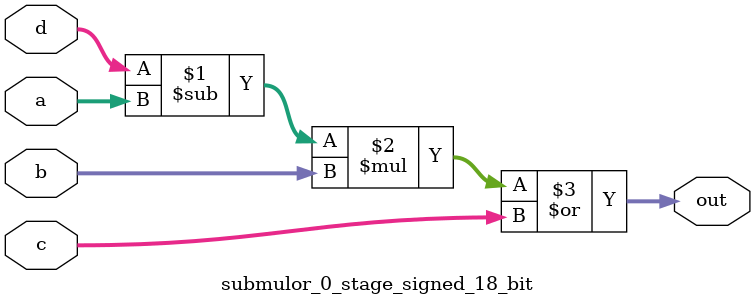
<source format=sv>
(* use_dsp = "yes" *) module submulor_0_stage_signed_18_bit(
	input signed [17:0] a,
	input signed [17:0] b,
	input signed [17:0] c,
	input signed [17:0] d,
	output [17:0] out
	);

	assign out = ((d - a) * b) | c;
endmodule

</source>
